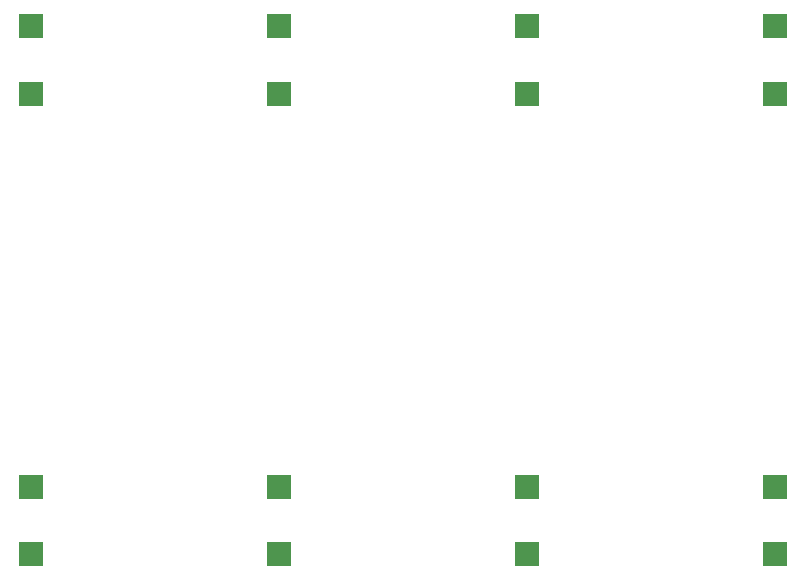
<source format=gbp>
%MOIN*%
%OFA0B0*%
%FSLAX34Y34*%
%IPPOS*%
%LPD*%
%AMOC8*
5,1,8,0,0,$1,112.5*%
%AMOC80*
5,1,8,0,0,$1,112.5*%
%AMOC81*
5,1,8,0,0,$1,112.5*%
%AMOC80*
5,1,8,0,0,$1,112.5*%
%AMOC81*
5,1,8,0,0,$1,112.5*%
%AMOC80*
5,1,8,0,0,$1,112.5*%
%AMOC81*
5,1,8,0,0,$1,112.5*%
%AMOC80*
5,1,8,0,0,$1,112.5*%
%ADD10R,0.08X0.08*%
%ADD21R,0.08X0.08*%
%ADD22R,0.08X0.08*%
%ADD23R,0.08X0.08*%
%ADD24R,0.08X0.08*%
%ADD25R,0.08X0.08*%
%ADD26R,0.08X0.08*%
%ADD27R,0.08X0.08*%
G75*
G01*
D10*
X0010236Y0006692D02*
X0008236Y0014192D03*
X0008236Y0016442D03*
G04 next file*
G04 EAGLE Gerber X2 export*
G75*
G01*
D21*
X0018503Y0006692D02*
X0016503Y0014192D03*
X0016503Y0016442D03*
G04 next file*
G04 EAGLE Gerber X2 export*
G75*
G01*
D22*
X0010236Y0022047D02*
X0008236Y0029547D03*
X0008236Y0031797D03*
G04 next file*
G04 EAGLE Gerber X2 export*
G75*
G01*
D23*
X0018503Y0022047D02*
X0016503Y0029547D03*
X0016503Y0031797D03*
G04 next file*
G04 EAGLE Gerber X2 export*
G75*
G01*
D24*
X0026771Y0022047D02*
X0024771Y0029547D03*
X0024771Y0031797D03*
G04 next file*
G04 EAGLE Gerber X2 export*
G75*
G01*
D25*
X0035039Y0022047D02*
X0033039Y0029547D03*
X0033039Y0031797D03*
G04 next file*
G04 EAGLE Gerber X2 export*
G75*
G01*
D26*
X0026771Y0006692D02*
X0024771Y0014192D03*
X0024771Y0016442D03*
G04 next file*
G04 EAGLE Gerber X2 export*
G75*
G01*
D27*
X0035039Y0006692D02*
X0033039Y0014192D03*
X0033039Y0016442D03*
M02*
</source>
